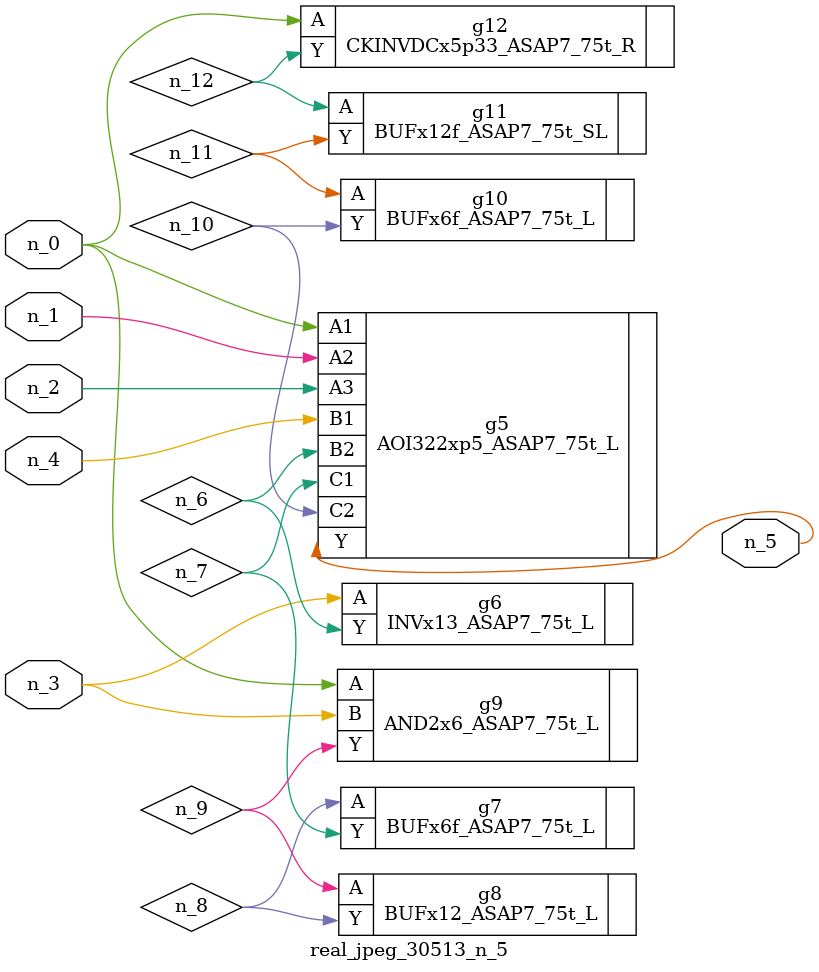
<source format=v>
module real_jpeg_30513_n_5 (n_4, n_0, n_1, n_2, n_3, n_5);

input n_4;
input n_0;
input n_1;
input n_2;
input n_3;

output n_5;

wire n_12;
wire n_8;
wire n_11;
wire n_6;
wire n_7;
wire n_10;
wire n_9;

AOI322xp5_ASAP7_75t_L g5 ( 
.A1(n_0),
.A2(n_1),
.A3(n_2),
.B1(n_4),
.B2(n_6),
.C1(n_7),
.C2(n_10),
.Y(n_5)
);

AND2x6_ASAP7_75t_L g9 ( 
.A(n_0),
.B(n_3),
.Y(n_9)
);

CKINVDCx5p33_ASAP7_75t_R g12 ( 
.A(n_0),
.Y(n_12)
);

INVx13_ASAP7_75t_L g6 ( 
.A(n_3),
.Y(n_6)
);

BUFx6f_ASAP7_75t_L g7 ( 
.A(n_8),
.Y(n_7)
);

BUFx12_ASAP7_75t_L g8 ( 
.A(n_9),
.Y(n_8)
);

BUFx6f_ASAP7_75t_L g10 ( 
.A(n_11),
.Y(n_10)
);

BUFx12f_ASAP7_75t_SL g11 ( 
.A(n_12),
.Y(n_11)
);


endmodule
</source>
